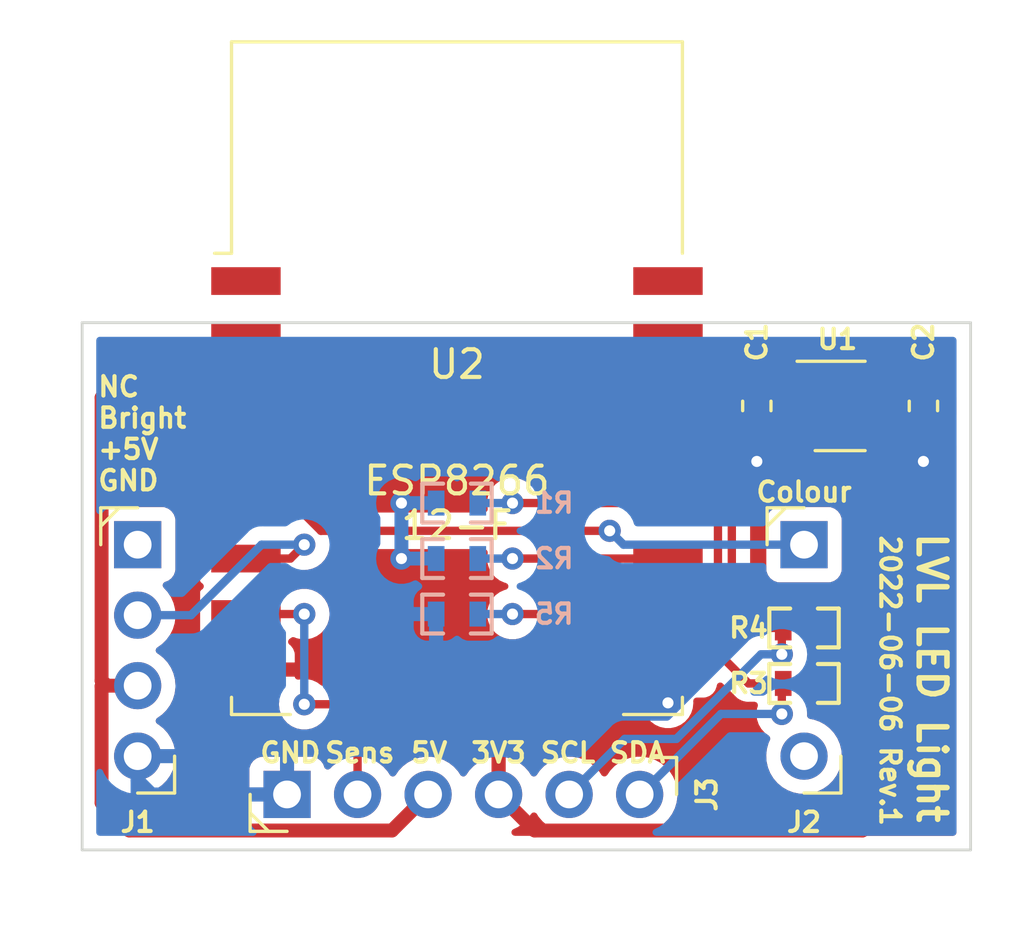
<source format=kicad_pcb>
(kicad_pcb (version 20211014) (generator pcbnew)
  (layers (0 "F.Cu" signal) (31 "B.Cu" signal) (34 "B.Paste" user) (35 "F.Paste" user) (36 "B.SilkS" user "B.Silkscreen") (37 "F.SilkS" user "F.Silkscreen") (38 "B.Mask" user) (39 "F.Mask" user) (44 "Edge.Cuts" user))
  (net 0 "")
  (net 1 "+5V")
  (net 2 "GND")
  (net 3 "+3V3")
  (net 4 "/SENS")
  (net 8 "/PWM_Bright")
  (net 9 "/SCL")
  (net 10 "/SDA")
  (net 11 "/PWM_Colour")
  (net 12 "Net-(R1-Pad1)")
  (net 13 "Net-(R2-Pad1)")
  (net 15 "Net-(R5-Pad1)")
  (footprint "Connector_PinHeader_2.54mm:PinHeader_1x04_P2.54mm_Vertical" (layer "F.Cu") (at 110 75)
    (fp_text reference "J2" (at 0 10) (layer "F.SilkS") (effects (font (size 0.7 0.7))))
    (fp_text value "CONN_01X04")
    (fp_line (start -1.33 -1.33) (end 0 -1.33) (layer "F.SilkS") (width 0.12))
    (fp_line (start 1.33 7.62) (end 1.33 8.95) (layer "F.SilkS") (width 0.12))
    (fp_line (start -1.33 0) (end -1.33 -1.33) (layer "F.SilkS") (width 0.12))
    (fp_line (start 0 8.95) (end 1.33 8.95) (layer "F.SilkS") (width 0.12))
    (fp_line (start -1.33 -0.665) (end -0.665 -1.33) (layer "F.SilkS") (width 0.12))
    (pad "1" thru_hole rect locked (at 0 0) (size 1.7 1.7) (drill 1) (layers *.Cu *.Mask) (net 11 "/PWM_Colour"))
    (pad "4" thru_hole oval locked (at 0 7.62) (size 1.7 1.7) (drill 1) (layers *.Cu *.Mask))
  )
  (footprint "RF_Module:ESP-12E" (layer "F.Cu") (at 97.5 69)
    (fp_text reference "U2" (at 0 -0.5) (layer "F.SilkS"))
    (fp_text value "ESP-12F")
    (fp_line (start 8.12 11.5) (end 8.12 12.12) (layer "F.SilkS") (width 0.12))
    (fp_line (start 8.12 12.12) (end 6 12.12) (layer "F.SilkS") (width 0.12))
    (fp_line (start -8.12 12.12) (end -8.12 11.5) (layer "F.SilkS") (width 0.12))
    (fp_line (start 8.12 -12.12) (end 8.12 -4.5) (layer "F.SilkS") (width 0.12))
    (fp_line (start -8.12 -4.5) (end -8.73 -4.5) (layer "F.SilkS") (width 0.12))
    (fp_line (start -8.12 -12.12) (end 8.12 -12.12) (layer "F.SilkS") (width 0.12))
    (fp_line (start -8.12 -4.5) (end -8.12 -12.12) (layer "F.SilkS") (width 0.12))
    (fp_line (start -6 12.12) (end -8.12 12.12) (layer "F.SilkS") (width 0.12))
    (pad "1" smd rect (at -7.6 -3.5) (size 2.5 1) (layers "F.Cu" "F.Paste" "F.Mask"))
    (pad "2" smd rect (at -7.6 -1.5) (size 2.5 1) (layers "F.Cu" "F.Paste" "F.Mask"))
    (pad "3" smd rect (at -7.6 0.5) (size 2.5 1) (layers "F.Cu" "F.Paste" "F.Mask") (net 3 "+3V3"))
    (pad "4" smd rect (at -7.6 2.5) (size 2.5 1) (layers "F.Cu" "F.Paste" "F.Mask"))
    (pad "5" smd rect (at -7.6 4.5) (size 2.5 1) (layers "F.Cu" "F.Paste" "F.Mask") (net 11 "/PWM_Colour"))
    (pad "6" smd rect (at -7.6 6.5) (size 2.5 1) (layers "F.Cu" "F.Paste" "F.Mask") (net 8 "/PWM_Bright"))
    (pad "7" smd rect (at -7.6 8.5) (size 2.5 1) (layers "F.Cu" "F.Paste" "F.Mask") (net 4 "/SENS"))
    (pad "8" smd rect (at -7.6 10.5) (size 2.5 1) (layers "F.Cu" "F.Paste" "F.Mask") (net 3 "+3V3"))
    (pad "15" smd rect (at 7.6 10.5) (size 2.5 1) (layers "F.Cu" "F.Paste" "F.Mask") (net 2 "GND"))
    (pad "16" smd rect (at 7.6 8.5) (size 2.5 1) (layers "F.Cu" "F.Paste" "F.Mask") (net 15 "Net-(R5-Pad1)"))
    (pad "17" smd rect (at 7.6 6.5) (size 2.5 1) (layers "F.Cu" "F.Paste" "F.Mask") (net 13 "Net-(R2-Pad1)"))
    (pad "18" smd rect (at 7.6 4.5) (size 2.5 1) (layers "F.Cu" "F.Paste" "F.Mask") (net 12 "Net-(R1-Pad1)"))
    (pad "19" smd rect (at 7.6 2.5) (size 2.5 1) (layers "F.Cu" "F.Paste" "F.Mask") (net 10 "/SDA"))
    (pad "20" smd rect (at 7.6 0.5) (size 2.5 1) (layers "F.Cu" "F.Paste" "F.Mask") (net 9 "/SCL"))
    (pad "21" smd rect (at 7.6 -1.5) (size 2.5 1) (layers "F.Cu" "F.Paste" "F.Mask"))
    (pad "22" smd rect (at 7.6 -3.5) (size 2.5 1) (layers "F.Cu" "F.Paste" "F.Mask"))
  )
  (footprint "passive:R_0603" (layer "F.Cu") (at 110 80)
    (fp_text reference "R3" (at -2 0) (layer "F.SilkS") (effects (font (size 0.7 0.7))))
    (fp_text value "2k2")
    (fp_line (start 0.5 -0.7) (end 1.25 -0.7) (layer "F.SilkS") (width 0.15))
    (fp_line (start 1.25 0.7) (end 0.5 0.7) (layer "F.SilkS") (width 0.15))
    (fp_line (start -1.25 0.7) (end -0.5 0.7) (layer "F.SilkS") (width 0.15))
    (fp_line (start -0.5 -0.7) (end -1.25 -0.7) (layer "F.SilkS") (width 0.15))
    (fp_line (start -1.25 -0.7) (end -1.25 0.7) (layer "F.SilkS") (width 0.15))
    (fp_line (start 1.25 -0.7) (end 1.25 0.7) (layer "F.SilkS") (width 0.15))
    (pad "1" smd rect locked (at -0.75 0) (size 0.6 0.9) (layers "F.Cu" "F.Paste" "F.Mask") (net 10 "/SDA"))
    (pad "2" smd rect locked (at 0.75 0) (size 0.6 0.9) (layers "F.Cu" "F.Paste" "F.Mask") (net 3 "+3V3"))
  )
  (footprint "Capacitor_SMD:C_0603_1608Metric_Pad1.05x0.95mm_HandSolder" (layer "F.Cu") (at 108.3 70 -90)
    (fp_text reference "C1" (at -2.3 0 90) (layer "F.SilkS") (effects (font (size 0.7 0.7))))
    (fp_text value "1u")
    (fp_line (start -0.171267 -0.51) (end 0.171267 -0.51) (layer "F.SilkS") (width 0.12))
    (fp_line (start -0.171267 0.51) (end 0.171267 0.51) (layer "F.SilkS") (width 0.12))
    (pad "1" smd roundrect locked (at -0.875 0 270) (size 1.05 0.95) (layers "F.Cu" "F.Paste" "F.Mask") (net 1 "+5V"))
    (pad "2" smd roundrect locked (at 0.875 0 270) (size 1.05 0.95) (layers "F.Cu" "F.Paste" "F.Mask") (net 2 "GND"))
  )
  (footprint "TO_SOT_Packages_SMD:SOT-23-5" (layer "F.Cu") (at 111.3 70)
    (fp_text reference "U1" (at -0.1 -2.4) (layer "F.SilkS") (effects (font (size 0.7 0.7))))
    (fp_text value "MIC5205-3.3YM5")
    (fp_line (start 0.9 -1.61) (end -1.55 -1.61) (layer "F.SilkS") (width 0.12))
    (fp_line (start -0.9 1.61) (end 0.9 1.61) (layer "F.SilkS") (width 0.12))
    (pad "1" smd rect locked (at -1.1 -0.95) (size 1.06 0.65) (layers "F.Cu" "F.Paste" "F.Mask") (net 1 "+5V"))
    (pad "2" smd rect locked (at -1.1 0) (size 1.06 0.65) (layers "F.Cu" "F.Paste" "F.Mask") (net 2 "GND"))
    (pad "3" smd rect locked (at -1.1 0.95) (size 1.06 0.65) (layers "F.Cu" "F.Paste" "F.Mask") (net 1 "+5V"))
    (pad "4" smd rect locked (at 1.1 0.95) (size 1.06 0.65) (layers "F.Cu" "F.Paste" "F.Mask"))
    (pad "5" smd rect locked (at 1.1 -0.95) (size 1.06 0.65) (layers "F.Cu" "F.Paste" "F.Mask") (net 3 "+3V3"))
  )
  (footprint "Connector_PinHeader_2.54mm:PinHeader_1x04_P2.54mm_Vertical" (layer "F.Cu") (at 86 75)
    (fp_text reference "J1" (at 0 10) (layer "F.SilkS") (effects (font (size 0.7 0.7))))
    (fp_text value "CONN_01X04")
    (fp_line (start -1.33 0) (end -1.33 -1.33) (layer "F.SilkS") (width 0.12))
    (fp_line (start -1.33 -1.33) (end 0 -1.33) (layer "F.SilkS") (width 0.12))
    (fp_line (start -1.33 -0.665) (end -0.665 -1.33) (layer "F.SilkS") (width 0.12))
    (fp_line (start 0 8.95) (end 1.33 8.95) (layer "F.SilkS") (width 0.12))
    (fp_line (start 1.33 7.62) (end 1.33 8.95) (layer "F.SilkS") (width 0.12))
    (pad "1" thru_hole rect locked (at 0 0) (size 1.7 1.7) (drill 1) (layers *.Cu *.Mask))
    (pad "2" thru_hole oval locked (at 0 2.54) (size 1.7 1.7) (drill 1) (layers *.Cu *.Mask) (net 8 "/PWM_Bright"))
    (pad "3" thru_hole oval locked (at 0 5.08) (size 1.7 1.7) (drill 1) (layers *.Cu *.Mask) (net 1 "+5V"))
    (pad "4" thru_hole oval locked (at 0 7.62) (size 1.7 1.7) (drill 1) (layers *.Cu *.Mask) (net 2 "GND"))
  )
  (footprint "passive:R_0603" (layer "F.Cu") (at 110 78)
    (fp_text reference "R4" (at -2 0) (layer "F.SilkS") (effects (font (size 0.7 0.7))))
    (fp_text value "2k2")
    (fp_line (start 1.25 0.7) (end 0.5 0.7) (layer "F.SilkS") (width 0.15))
    (fp_line (start -0.5 -0.7) (end -1.25 -0.7) (layer "F.SilkS") (width 0.15))
    (fp_line (start 1.25 -0.7) (end 1.25 0.7) (layer "F.SilkS") (width 0.15))
    (fp_line (start -1.25 0.7) (end -0.5 0.7) (layer "F.SilkS") (width 0.15))
    (fp_line (start 0.5 -0.7) (end 1.25 -0.7) (layer "F.SilkS") (width 0.15))
    (fp_line (start -1.25 -0.7) (end -1.25 0.7) (layer "F.SilkS") (width 0.15))
    (pad "1" smd rect locked (at -0.75 0) (size 0.6 0.9) (layers "F.Cu" "F.Paste" "F.Mask") (net 9 "/SCL"))
    (pad "2" smd rect locked (at 0.75 0) (size 0.6 0.9) (layers "F.Cu" "F.Paste" "F.Mask") (net 3 "+3V3"))
  )
  (footprint "Connector_PinHeader_2.54mm:PinHeader_1x06_P2.54mm_Vertical" (layer "F.Cu") (at 91.38 84 90)
    (fp_text reference "J3" (at 0 15.12 90) (layer "F.SilkS") (effects (font (size 0.7 0.7))))
    (fp_text value "CONN_01X06")
    (fp_line (start 0 14.03) (end 1.33 14.03) (layer "F.SilkS") (width 0.12))
    (fp_line (start -1.33 0) (end -1.33 -1.33) (layer "F.SilkS") (width 0.12))
    (fp_line (start 1.33 13.2) (end 1.33 14.03) (layer "F.SilkS") (width 0.12))
    (fp_line (start -1.33 -1.33) (end 0 -1.33) (layer "F.SilkS") (width 0.12))
    (fp_line (start -1.33 -0.665) (end -0.665 -1.33) (layer "F.SilkS") (width 0.12))
    (pad "1" thru_hole rect (at 0 0 90) (size 1.7 1.7) (drill 1) (layers *.Cu *.Mask) (net 2 "GND"))
    (pad "2" thru_hole oval (at 0 2.54 90) (size 1.7 1.7) (drill 1) (layers *.Cu *.Mask) (net 4 "/SENS"))
    (pad "3" thru_hole oval (at 0 5.08 90) (size 1.7 1.7) (drill 1) (layers *.Cu *.Mask) (net 1 "+5V"))
    (pad "4" thru_hole oval (at 0 7.62 90) (size 1.7 1.7) (drill 1) (layers *.Cu *.Mask) (net 3 "+3V3"))
    (pad "5" thru_hole oval (at 0 10.16 90) (size 1.7 1.7) (drill 1) (layers *.Cu *.Mask) (net 9 "/SCL"))
    (pad "6" thru_hole oval (at 0 12.7 90) (size 1.7 1.7) (drill 1) (layers *.Cu *.Mask) (net 10 "/SDA"))
  )
  (footprint "Capacitor_SMD:C_0603_1608Metric_Pad1.05x0.95mm_HandSolder" (layer "F.Cu") (at 114.3 70 -90)
    (fp_text reference "C2" (at -2.3 0 90) (layer "F.SilkS") (effects (font (size 0.7 0.7))))
    (fp_text value "1u")
    (fp_line (start -0.171267 0.51) (end 0.171267 0.51) (layer "F.SilkS") (width 0.12))
    (fp_line (start -0.171267 -0.51) (end 0.171267 -0.51) (layer "F.SilkS") (width 0.12))
    (pad "1" smd roundrect locked (at -0.875 0 270) (size 1.05 0.95) (layers "F.Cu" "F.Paste" "F.Mask") (net 3 "+3V3"))
    (pad "2" smd roundrect locked (at 0.875 0 270) (size 1.05 0.95) (layers "F.Cu" "F.Paste" "F.Mask") (net 2 "GND"))
  )
  (footprint "passive:R_0603" (layer "B.Cu") (at 97.5 75.5 180)
    (fp_text reference "R2" (at -3.5 0) (layer "B.SilkS") (effects (font (size 0.7 0.7)) (justify mirror)))
    (fp_text value "2k2")
    (fp_line (start 1.25 -0.7) (end 0.5 -0.7) (layer "B.SilkS") (width 0.15))
    (fp_line (start 1.25 0.7) (end 1.25 -0.7) (layer "B.SilkS") (width 0.15))
    (fp_line (start -1.25 -0.7) (end -0.5 -0.7) (layer "B.SilkS") (width 0.15))
    (fp_line (start 0.5 0.7) (end 1.25 0.7) (layer "B.SilkS") (width 0.15))
    (fp_line (start -1.25 0.7) (end -1.25 -0.7) (layer "B.SilkS") (width 0.15))
    (fp_line (start -0.5 0.7) (end -1.25 0.7) (layer "B.SilkS") (width 0.15))
    (pad "1" smd rect locked (at -0.75 0 180) (size 0.6 0.9) (layers "B.Cu" "B.Paste" "B.Mask") (net 13 "Net-(R2-Pad1)"))
    (pad "2" smd rect locked (at 0.75 0 180) (size 0.6 0.9) (layers "B.Cu" "B.Paste" "B.Mask") (net 3 "+3V3"))
  )
  (footprint "passive:R_0603" (layer "B.Cu") (at 97.5 73.5 180)
    (fp_text reference "R1" (at -3.5 0) (layer "B.SilkS") (effects (font (size 0.7 0.7)) (justify mirror)))
    (fp_text value "2k2")
    (fp_line (start -0.5 0.7) (end -1.25 0.7) (layer "B.SilkS") (width 0.15))
    (fp_line (start -1.25 -0.7) (end -0.5 -0.7) (layer "B.SilkS") (width 0.15))
    (fp_line (start 1.25 -0.7) (end 0.5 -0.7) (layer "B.SilkS") (width 0.15))
    (fp_line (start 0.5 0.7) (end 1.25 0.7) (layer "B.SilkS") (width 0.15))
    (fp_line (start -1.25 0.7) (end -1.25 -0.7) (layer "B.SilkS") (width 0.15))
    (fp_line (start 1.25 0.7) (end 1.25 -0.7) (layer "B.SilkS") (width 0.15))
    (pad "1" smd rect locked (at -0.75 0 180) (size 0.6 0.9) (layers "B.Cu" "B.Paste" "B.Mask") (net 12 "Net-(R1-Pad1)"))
    (pad "2" smd rect locked (at 0.75 0 180) (size 0.6 0.9) (layers "B.Cu" "B.Paste" "B.Mask") (net 3 "+3V3"))
  )
  (footprint "passive:R_0603" (layer "B.Cu") (at 97.5 77.5 180)
    (fp_text reference "R5" (at -3.5 0) (layer "B.SilkS") (effects (font (size 0.7 0.7)) (justify mirror)))
    (fp_text value "2k2")
    (fp_line (start -1.25 0.7) (end -1.25 -0.7) (layer "B.SilkS") (width 0.15))
    (fp_line (start 0.5 0.7) (end 1.25 0.7) (layer "B.SilkS") (width 0.15))
    (fp_line (start 1.25 0.7) (end 1.25 -0.7) (layer "B.SilkS") (width 0.15))
    (fp_line (start 1.25 -0.7) (end 0.5 -0.7) (layer "B.SilkS") (width 0.15))
    (fp_line (start -0.5 0.7) (end -1.25 0.7) (layer "B.SilkS") (width 0.15))
    (fp_line (start -1.25 -0.7) (end -0.5 -0.7) (layer "B.SilkS") (width 0.15))
    (pad "1" smd rect locked (at -0.75 0 180) (size 0.6 0.9) (layers "B.Cu" "B.Paste" "B.Mask") (net 15 "Net-(R5-Pad1)"))
    (pad "2" smd rect locked (at 0.75 0 180) (size 0.6 0.9) (layers "B.Cu" "B.Paste" "B.Mask") (net 2 "GND"))
  )
  (gr_line (start 116 86) (end 116 67) (layer "Edge.Cuts") (width 0.1))
  (gr_line (start 116 67) (end 84 67) (layer "Edge.Cuts") (width 0.1))
  (gr_line (start 84 86) (end 116 86) (layer "Edge.Cuts") (width 0.1))
  (gr_line (start 84 67) (end 84 86) (layer "Edge.Cuts") (width 0.1))
  (gr_text "3V3" (at 99 82.5) (layer "F.SilkS") (effects (font (size 0.7 0.7))))
  (gr_text "SDA" (at 104 82.5) (layer "F.SilkS") (effects (font (size 0.7 0.7))))
  (gr_text "SCL" (at 101.5 82.5) (layer "F.SilkS") (effects (font (size 0.7 0.7))))
  (gr_text "2022-06-06 Rev.1" (at 113.1 79.9 270) (layer "F.SilkS") (effects (font (size 0.7 0.7))))
  (gr_text "ESP8266\n12-F" (at 97.5 73.5) (layer "F.SilkS") (effects (font (size 1 1))))
  (gr_text "Colour" (at 110 73.1) (layer "F.SilkS") (effects (font (size 0.7 0.7))))
  (gr_text "NC\nBright\n+5V\nGND" (at 84.5 71) (layer "F.SilkS") (effects (font (size 0.7 0.7)) (justify left)))
  (gr_text "5V" (at 96.5 82.5) (layer "F.SilkS") (effects (font (size 0.7 0.7))))
  (gr_text "GND" (at 91.5 82.5) (layer "F.SilkS") (effects (font (size 0.7 0.7))))
  (gr_text "Sens" (at 94 82.5) (layer "F.SilkS") (effects (font (size 0.7 0.7))))
  (gr_text "LVL LED Light" (at 114.6 79.8 270) (layer "F.SilkS") (effects (font (size 1 1) (thickness 0.2))))
  (segment (start 95.160489 85.299511) (end 85.699511 85.299511) (width 0.5) (layer "F.Cu") (net 1))
  (segment (start 86 80.08) (end 84.88 80.08) (width 0.5) (layer "F.Cu") (net 1))
  (segment (start 96.46 84) (end 95.160489 85.299511) (width 0.5) (layer "F.Cu") (net 1))
  (segment (start 111.179511 70.774511) (end 111.004022 70.95) (width 0.5) (layer "F.Cu") (net 1))
  (segment (start 84.700489 79.900489) (end 84.700489 69.699511) (width 0.5) (layer "F.Cu") (net 1))
  (segment (start 110.2 69.05) (end 111.004022 69.05) (width 0.5) (layer "F.Cu") (net 1))
  (segment (start 85.699511 85.299511) (end 84.700489 84.300489) (width 0.5) (layer "F.Cu") (net 1))
  (segment (start 84.8 80) (end 84.88 80.08) (width 0.5) (layer "F.Cu") (net 1))
  (segment (start 111.004022 69.05) (end 111.179511 69.225489) (width 0.5) (layer "F.Cu") (net 1))
  (segment (start 108.3 69.125) (end 108.425 69) (width 0.5) (layer "F.Cu") (net 1))
  (segment (start 85.849511 68.550489) (end 107.725489 68.550489) (width 0.5) (layer "F.Cu") (net 1))
  (segment (start 110.15 69) (end 110.2 69.05) (width 0.5) (layer "F.Cu") (net 1))
  (segment (start 107.725489 68.550489) (end 108.3 69.125) (width 0.5) (layer "F.Cu") (net 1))
  (segment (start 84.700489 80.099511) (end 84.8 80) (width 0.5) (layer "F.Cu") (net 1))
  (segment (start 84.700489 84.300489) (end 84.700489 80.099511) (width 0.5) (layer "F.Cu") (net 1))
  (segment (start 111.179511 69.225489) (end 111.179511 70.774511) (width 0.5) (layer "F.Cu") (net 1))
  (segment (start 108.425 69) (end 110.15 69) (width 0.5) (layer "F.Cu") (net 1))
  (segment (start 111.004022 70.95) (end 110.2 70.95) (width 0.5) (layer "F.Cu") (net 1))
  (segment (start 84.700489 69.699511) (end 85.849511 68.550489) (width 0.5) (layer "F.Cu") (net 1))
  (segment (start 84.88 80.08) (end 84.700489 79.900489) (width 0.5) (layer "F.Cu") (net 1))
  (segment (start 108.3 70.875) (end 109.125 70.875) (width 0.5) (layer "F.Cu") (net 2))
  (segment (start 109.125 70.875) (end 109.220489 70.779511) (width 0.5) (layer "F.Cu") (net 2))
  (segment (start 109.220489 70.175489) (end 109.395978 70) (width 0.5) (layer "F.Cu") (net 2))
  (segment (start 109.395978 70) (end 110.2 70) (width 0.5) (layer "F.Cu") (net 2))
  (segment (start 108.3 70.875) (end 108.3 72) (width 0.5) (layer "F.Cu") (net 2))
  (segment (start 105.1 79.5) (end 105.1 80.7) (width 0.5) (layer "F.Cu") (net 2))
  (segment (start 109.220489 70.779511) (end 109.220489 70.175489) (width 0.5) (layer "F.Cu") (net 2))
  (segment (start 114.3 70.875) (end 114.3 72) (width 0.5) (layer "F.Cu") (net 2))
  (via (at 105.1 80.7) (size 0.8) (drill 0.4) (layers "F.Cu" "B.Cu") (net 2))
  (via (at 108.3 72) (size 0.8) (drill 0.4) (layers "F.Cu" "B.Cu") (net 2))
  (via (at 114.3 72) (size 0.8) (drill 0.4) (layers "F.Cu" "B.Cu") (net 2))
  (segment (start 91.38 82.62) (end 91.38 84) (width 0.5) (layer "B.Cu") (net 2))
  (segment (start 96.75 77.5) (end 96.75 80.35) (width 0.5) (layer "B.Cu") (net 2))
  (segment (start 91.38 84) (end 86.5 84) (width 0.5) (layer "B.Cu") (net 2))
  (segment (start 95.1 82) (end 92 82) (width 0.5) (layer "B.Cu") (net 2))
  (segment (start 86 82.62) (end 86 83.5) (width 0.3) (layer "B.Cu") (net 2))
  (segment (start 86.5 84) (end 86 83.5) (width 0.5) (layer "B.Cu") (net 2))
  (segment (start 92 82) (end 91.38 82.62) (width 0.5) (layer "B.Cu") (net 2))
  (segment (start 96.75 80.35) (end 95.1 82) (width 0.5) (layer "B.Cu") (net 2))
  (segment (start 108.3 72) (end 114.3 72) (width 0.5) (layer "B.Cu") (net 2))
  (segment (start 114.3 69.125) (end 114.7125 69.125) (width 0.5) (layer "F.Cu") (net 3))
  (segment (start 115.22452 69.63702) (end 115.22452 77.97548) (width 0.5) (layer "F.Cu") (net 3))
  (segment (start 99 84) (end 100.3 85.3) (width 0.5) (layer "F.Cu") (net 3))
  (segment (start 115.2 78) (end 110.75 78) (width 0.5) (layer "F.Cu") (net 3))
  (segment (start 88.5 69.5) (end 89.9 69.5) (width 0.5) (layer "F.Cu") (net 3))
  (segment (start 114.7125 69.125) (end 115.22452 69.63702) (width 0.5) (layer "F.Cu") (net 3))
  (segment (start 89.9 79.5) (end 95.6 79.5) (width 0.5) (layer "F.Cu") (net 3))
  (segment (start 88 79) (end 88 70) (width 0.5) (layer "F.Cu") (net 3))
  (segment (start 112.1 85.3) (end 115.2 82.2) (width 0.5) (layer "F.Cu") (net 3))
  (segment (start 114.225 69.05) (end 114.3 69.125) (width 0.5) (layer "F.Cu") (net 3))
  (segment (start 95.6 79.5) (end 98 79.5) (width 0.5) (layer "F.Cu") (net 3))
  (segment (start 98 79.5) (end 99 80.5) (width 0.5) (layer "F.Cu") (net 3))
  (segment (start 89.9 79.5) (end 88.5 79.5) (width 0.5) (layer "F.Cu") (net 3))
  (segment (start 89.9 69.5) (end 95 69.5) (width 0.5) (layer "F.Cu") (net 3))
  (segment (start 115.22452 77.97548) (end 115.2 78) (width 0.5) (layer "F.Cu") (net 3))
  (segment (start 88 70) (end 88.5 69.5) (width 0.5) (layer "F.Cu") (net 3))
  (segment (start 99 80.5) (end 99 84) (width 0.5) (layer "F.Cu") (net 3))
  (segment (start 95.5 79.4) (end 95.6 79.5) (width 0.5) (layer "F.Cu") (net 3))
  (segment (start 110.75 80) (end 110.75 78) (width 0.5) (layer "F.Cu") (net 3))
  (segment (start 100.3 85.3) (end 112.1 85.3) (width 0.5) (layer "F.Cu") (net 3))
  (segment (start 95 69.5) (end 95.5 70) (width 0.5) (layer "F.Cu") (net 3))
  (segment (start 115.2 82.2) (end 115.2 78) (width 0.5) (layer "F.Cu") (net 3))
  (segment (start 112.4 69.05) (end 114.225 69.05) (width 0.5) (layer "F.Cu") (net 3))
  (segment (start 95.5 70) (end 95.5 73.5) (width 0.5) (layer "F.Cu") (net 3))
  (segment (start 88.5 79.5) (end 88 79) (width 0.5) (layer "F.Cu") (net 3))
  (segment (start 95.5 75.5) (end 95.5 79.4) (width 0.5) (layer "F.Cu") (net 3))
  (via (at 95.5 75.5) (size 0.8) (drill 0.4) (layers "F.Cu" "B.Cu") (net 3))
  (via (at 95.5 73.5) (size 0.8) (drill 0.4) (layers "F.Cu" "B.Cu") (net 3))
  (segment (start 95.5 75.5) (end 96.75 75.5) (width 0.5) (layer "B.Cu") (net 3))
  (segment (start 95.5 73.5) (end 95.5 75.5) (width 0.5) (layer "B.Cu") (net 3))
  (segment (start 95.5 73.5) (end 96.75 73.5) (width 0.5) (layer "B.Cu") (net 3))
  (segment (start 92 80.7505) (end 93.0505 80.7505) (width 0.3) (layer "F.Cu") (net 4))
  (segment (start 93.0505 80.7505) (end 93.92 81.62) (width 0.3) (layer "F.Cu") (net 4))
  (segment (start 93.92 81.62) (end 93.92 84) (width 0.3) (layer "F.Cu") (net 4))
  (segment (start 89.9 77.5) (end 92 77.5) (width 0.3) (layer "F.Cu") (net 4))
  (via (at 92 77.5) (size 0.8) (drill 0.4) (layers "F.Cu" "B.Cu") (net 4))
  (via (at 92 80.7505) (size 0.8) (drill 0.4) (layers "F.Cu" "B.Cu") (net 4))
  (segment (start 92 80.7505) (end 92 77.5) (width 0.3) (layer "B.Cu") (net 4))
  (segment (start 89.9 75.5) (end 91.5 75.5) (width 0.3) (layer "F.Cu") (net 8))
  (segment (start 91.5 75.5) (end 92 75) (width 0.3) (layer "F.Cu") (net 8))
  (via (at 92 75) (size 0.8) (drill 0.4) (layers "F.Cu" "B.Cu") (net 8))
  (segment (start 90.46 75) (end 87.92 77.54) (width 0.3) (layer "B.Cu") (net 8))
  (segment (start 92 75) (end 90.46 75) (width 0.3) (layer "B.Cu") (net 8))
  (segment (start 87.92 77.54) (end 86 77.54) (width 0.3) (layer "B.Cu") (net 8))
  (segment (start 107.39952 69.89952) (end 107.39952 77.29952) (width 0.3) (layer "F.Cu") (net 9))
  (segment (start 107.39952 77.29952) (end 108.1 78) (width 0.3) (layer "F.Cu") (net 9))
  (segment (start 107 69.5) (end 107.39952 69.89952) (width 0.3) (layer "F.Cu") (net 9))
  (segment (start 109.2 78.950498) (end 109.2 78.05) (width 0.3) (layer "F.Cu") (net 9))
  (segment (start 109.2 78.05) (end 109.25 78) (width 0.3) (layer "F.Cu") (net 9))
  (segment (start 105.1 69.5) (end 107 69.5) (width 0.3) (layer "F.Cu") (net 9))
  (segment (start 108.1 78) (end 109.25 78) (width 0.3) (layer "F.Cu") (net 9))
  (via (at 109.2 78.950498) (size 0.8) (drill 0.4) (layers "F.Cu" "B.Cu") (net 9))
  (segment (start 103.54 82) (end 105.4 82) (width 0.3) (layer "B.Cu") (net 9))
  (segment (start 101.54 84) (end 103.54 82) (width 0.3) (layer "B.Cu") (net 9))
  (segment (start 105.4 82) (end 108.449502 78.950498) (width 0.3) (layer "B.Cu") (net 9))
  (segment (start 108.449502 78.950498) (end 109.2 78.950498) (width 0.3) (layer "B.Cu") (net 9))
  (segment (start 106.9 71.9) (end 106.9 78.9) (width 0.3) (layer "F.Cu") (net 10))
  (segment (start 109.2 81.1) (end 109.2 80.05) (width 0.3) (layer "F.Cu") (net 10))
  (segment (start 106.5 71.5) (end 106.9 71.9) (width 0.3) (layer "F.Cu") (net 10))
  (segment (start 106.9 78.9) (end 108 80) (width 0.3) (layer "F.Cu") (net 10))
  (segment (start 108 80) (end 109.25 80) (width 0.3) (layer "F.Cu") (net 10))
  (segment (start 105.1 71.5) (end 106.5 71.5) (width 0.3) (layer "F.Cu") (net 10))
  (segment (start 109.2 80.05) (end 109.25 80) (width 0.3) (layer "F.Cu") (net 10))
  (via (at 109.2 81.1) (size 0.8) (drill 0.4) (layers "F.Cu" "B.Cu") (net 10))
  (segment (start 107.006428 81.1) (end 109.2 81.1) (width 0.3) (layer "B.Cu") (net 10))
  (segment (start 104.08 84) (end 104.106428 84) (width 0.3) (layer "B.Cu") (net 10))
  (segment (start 104.106428 84) (end 107.006428 81.1) (width 0.3) (layer "B.Cu") (net 10))
  (segment (start 103 74.5) (end 92.6 74.5) (width 0.3) (layer "F.Cu") (net 11))
  (segment (start 92.6 74.5) (end 91.6 73.5) (width 0.3) (layer "F.Cu") (net 11))
  (segment (start 91.6 73.5) (end 89.9 73.5) (width 0.3) (layer "F.Cu") (net 11))
  (via (at 103 74.5) (size 0.8) (drill 0.4) (layers "F.Cu" "B.Cu") (net 11))
  (segment (start 103.5 75) (end 110 75) (width 0.3) (layer "B.Cu") (net 11))
  (segment (start 103 74.5) (end 103.5 75) (width 0.3) (layer "B.Cu") (net 11))
  (segment (start 99.5 73.5) (end 105.1 73.5) (width 0.3) (layer "F.Cu") (net 12))
  (via (at 99.5 73.5) (size 0.8) (drill 0.4) (layers "F.Cu" "B.Cu") (net 12))
  (segment (start 99.5 73.5) (end 98.25 73.5) (width 0.3) (layer "B.Cu") (net 12))
  (segment (start 99.5 75.5) (end 105.1 75.5) (width 0.3) (layer "F.Cu") (net 13))
  (via (at 99.5 75.5) (size 0.8) (drill 0.4) (layers "F.Cu" "B.Cu") (net 13))
  (segment (start 99.5 75.5) (end 98.25 75.5) (width 0.3) (layer "B.Cu") (net 13))
  (segment (start 99.5 77.5) (end 105.1 77.5) (width 0.3) (layer "F.Cu") (net 15))
  (via (at 99.5 77.5) (size 0.8) (drill 0.4) (layers "F.Cu" "B.Cu") (net 15))
  (segment (start 99.5 77.5) (end 98.25 77.5) (width 0.3) (layer "B.Cu") (net 15))
  (zone (net 3) (net_name "+3V3") (layer "F.Cu") (connect_pads (clearance 0.508)) (min_thickness 0.254) (fill yes (thermal_gap 0.508) (thermal_bridge_width 0.508))
    (polygon (pts (xy 116 86) (xy 84 86) (xy 84 68) (xy 116 68)))
  )
  (zone (net 2) (net_name "GND") (layer "B.Cu") (connect_pads (clearance 0.508)) (min_thickness 0.254) (fill yes (thermal_gap 0.508) (thermal_bridge_width 0.508))
    (polygon (pts (xy 116 86) (xy 84 86) (xy 84 67) (xy 116 67)))
  )
)
</source>
